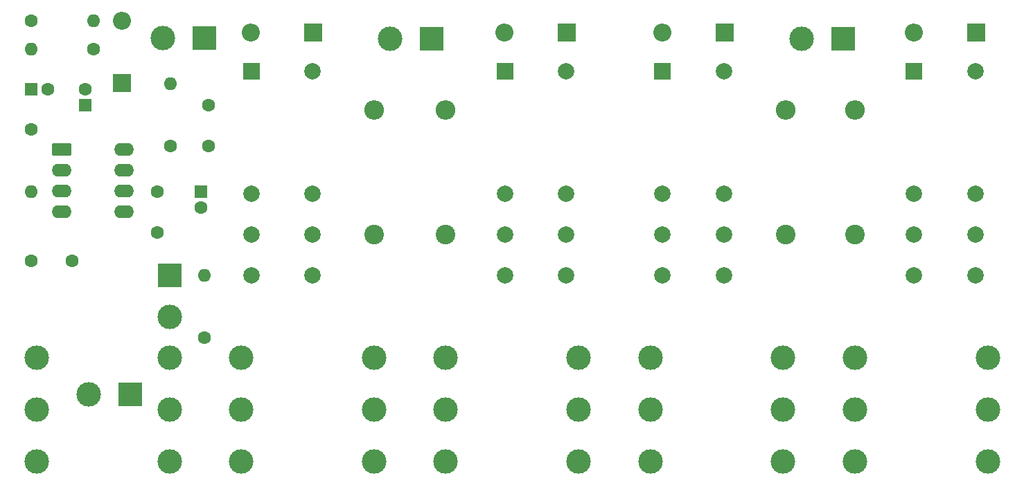
<source format=gbs>
%TF.GenerationSoftware,KiCad,Pcbnew,9.0.0+dfsg-1*%
%TF.CreationDate,2025-03-12T17:55:30+01:00*%
%TF.ProjectId,relays-array-4,72656c61-7973-42d6-9172-7261792d342e,1.0*%
%TF.SameCoordinates,Original*%
%TF.FileFunction,Soldermask,Bot*%
%TF.FilePolarity,Negative*%
%FSLAX46Y46*%
G04 Gerber Fmt 4.6, Leading zero omitted, Abs format (unit mm)*
G04 Created by KiCad (PCBNEW 9.0.0+dfsg-1) date 2025-03-12 17:55:30*
%MOMM*%
%LPD*%
G01*
G04 APERTURE LIST*
G04 Aperture macros list*
%AMRoundRect*
0 Rectangle with rounded corners*
0 $1 Rounding radius*
0 $2 $3 $4 $5 $6 $7 $8 $9 X,Y pos of 4 corners*
0 Add a 4 corners polygon primitive as box body*
4,1,4,$2,$3,$4,$5,$6,$7,$8,$9,$2,$3,0*
0 Add four circle primitives for the rounded corners*
1,1,$1+$1,$2,$3*
1,1,$1+$1,$4,$5*
1,1,$1+$1,$6,$7*
1,1,$1+$1,$8,$9*
0 Add four rect primitives between the rounded corners*
20,1,$1+$1,$2,$3,$4,$5,0*
20,1,$1+$1,$4,$5,$6,$7,0*
20,1,$1+$1,$6,$7,$8,$9,0*
20,1,$1+$1,$8,$9,$2,$3,0*%
G04 Aperture macros list end*
%ADD10C,3.000000*%
%ADD11C,2.000000*%
%ADD12R,2.000000X2.000000*%
%ADD13C,2.400000*%
%ADD14O,2.400000X2.400000*%
%ADD15R,3.000000X3.000000*%
%ADD16R,2.200000X2.200000*%
%ADD17O,2.200000X2.200000*%
%ADD18C,1.600000*%
%ADD19O,1.600000X1.600000*%
%ADD20R,1.600000X1.600000*%
%ADD21RoundRect,0.250000X-0.950000X-0.550000X0.950000X-0.550000X0.950000X0.550000X-0.950000X0.550000X0*%
%ADD22O,2.400000X1.600000*%
G04 APERTURE END LIST*
D10*
%TO.C,J5*%
X138770000Y-110000000D03*
X155000000Y-110000000D03*
X138770000Y-122700000D03*
X155000000Y-122700000D03*
X138770000Y-116350000D03*
X155000000Y-116350000D03*
%TD*%
D11*
%TO.C,K3*%
X115270000Y-95000000D03*
X115270000Y-90000000D03*
X115270000Y-100000000D03*
X122770000Y-95000000D03*
X122770000Y-90000000D03*
X122770000Y-100000000D03*
D12*
X115270000Y-75000000D03*
D11*
X122770000Y-75000000D03*
%TD*%
D13*
%TO.C,R3*%
X130270000Y-95000000D03*
D14*
X130270000Y-79760000D03*
%TD*%
D15*
%TO.C,J16*%
X50180000Y-114500000D03*
D10*
X45100000Y-114500000D03*
%TD*%
D13*
%TO.C,R4*%
X138750000Y-95000000D03*
D14*
X138750000Y-79760000D03*
%TD*%
D16*
%TO.C,D2*%
X103560000Y-70250000D03*
D17*
X95940000Y-70250000D03*
%TD*%
D18*
%TO.C,C2*%
X38100000Y-98200000D03*
X43100000Y-98200000D03*
%TD*%
%TO.C,R13*%
X55100000Y-84100000D03*
D19*
X55100000Y-76480000D03*
%TD*%
D20*
%TO.C,C8*%
X58800000Y-89700000D03*
D18*
X58800000Y-91700000D03*
%TD*%
D16*
%TO.C,D3*%
X122830000Y-70250000D03*
D17*
X115210000Y-70250000D03*
%TD*%
D11*
%TO.C,K4*%
X146000000Y-95000000D03*
X146000000Y-90000000D03*
X146000000Y-100000000D03*
X153500000Y-95000000D03*
X153500000Y-90000000D03*
X153500000Y-100000000D03*
D12*
X146000000Y-75000000D03*
D11*
X153500000Y-75000000D03*
%TD*%
D10*
%TO.C,J4*%
X130000000Y-116350000D03*
X113770000Y-116350000D03*
X130000000Y-122700000D03*
X113770000Y-122700000D03*
X130000000Y-110000000D03*
X113770000Y-110000000D03*
%TD*%
%TO.C,J2*%
X105000000Y-116350000D03*
X88770000Y-116350000D03*
X105000000Y-122700000D03*
X88770000Y-122700000D03*
X105000000Y-110000000D03*
X88770000Y-110000000D03*
%TD*%
D20*
%TO.C,C10*%
X38100000Y-77200000D03*
D18*
X40100000Y-77200000D03*
%TD*%
D16*
%TO.C,D9*%
X49200000Y-76410000D03*
D17*
X49200000Y-68790000D03*
%TD*%
D16*
%TO.C,D4*%
X153560000Y-70250000D03*
D17*
X145940000Y-70250000D03*
%TD*%
D10*
%TO.C,J14*%
X55000000Y-116350000D03*
X38770000Y-116350000D03*
X55000000Y-122700000D03*
X38770000Y-122700000D03*
X55000000Y-110000000D03*
X38770000Y-110000000D03*
%TD*%
D13*
%TO.C,R2*%
X88750000Y-95000000D03*
D14*
X88750000Y-79760000D03*
%TD*%
D11*
%TO.C,K1*%
X65000000Y-95000000D03*
X65000000Y-90000000D03*
X65000000Y-100000000D03*
X72500000Y-95000000D03*
X72500000Y-90000000D03*
X72500000Y-100000000D03*
D12*
X65000000Y-75000000D03*
D11*
X72500000Y-75000000D03*
%TD*%
D16*
%TO.C,D1*%
X72560000Y-70250000D03*
D17*
X64940000Y-70250000D03*
%TD*%
D18*
%TO.C,R16*%
X38100000Y-82080000D03*
D19*
X38100000Y-89700000D03*
%TD*%
D10*
%TO.C,J1*%
X80000000Y-116350000D03*
X63770000Y-116350000D03*
X80000000Y-122700000D03*
X63770000Y-122700000D03*
X80000000Y-110000000D03*
X63770000Y-110000000D03*
%TD*%
D11*
%TO.C,K2*%
X96000000Y-95000000D03*
X96000000Y-90000000D03*
X96000000Y-100000000D03*
X103500000Y-95000000D03*
X103500000Y-90000000D03*
X103500000Y-100000000D03*
D12*
X96000000Y-75000000D03*
D11*
X103500000Y-75000000D03*
%TD*%
D18*
%TO.C,R9*%
X59300000Y-107600000D03*
D19*
X59300000Y-99980000D03*
%TD*%
D18*
%TO.C,C1*%
X53500000Y-94700000D03*
X53500000Y-89700000D03*
%TD*%
D13*
%TO.C,R1*%
X80000000Y-95000000D03*
D14*
X80000000Y-79760000D03*
%TD*%
D15*
%TO.C,J6*%
X137330000Y-71000000D03*
D10*
X132250000Y-71000000D03*
%TD*%
D18*
%TO.C,R15*%
X38080000Y-68800000D03*
D19*
X45700000Y-68800000D03*
%TD*%
D15*
%TO.C,J3*%
X87040000Y-71000000D03*
D10*
X81960000Y-71000000D03*
%TD*%
D21*
%TO.C,U1*%
X41790000Y-84590000D03*
D22*
X41790000Y-87130000D03*
X41790000Y-89670000D03*
X41790000Y-92210000D03*
X49410000Y-92210000D03*
X49410000Y-89670000D03*
X49410000Y-87130000D03*
X49410000Y-84590000D03*
%TD*%
D15*
%TO.C,J15*%
X55000000Y-100000000D03*
D10*
X55000000Y-105080000D03*
%TD*%
D18*
%TO.C,R14*%
X45700000Y-72300000D03*
D19*
X38080000Y-72300000D03*
%TD*%
D20*
%TO.C,C7*%
X44700000Y-79155113D03*
D18*
X44700000Y-77155113D03*
%TD*%
%TO.C,C3*%
X59800000Y-84100000D03*
X59800000Y-79100000D03*
%TD*%
D15*
%TO.C,J10*%
X59280000Y-70900000D03*
D10*
X54200000Y-70900000D03*
%TD*%
M02*

</source>
